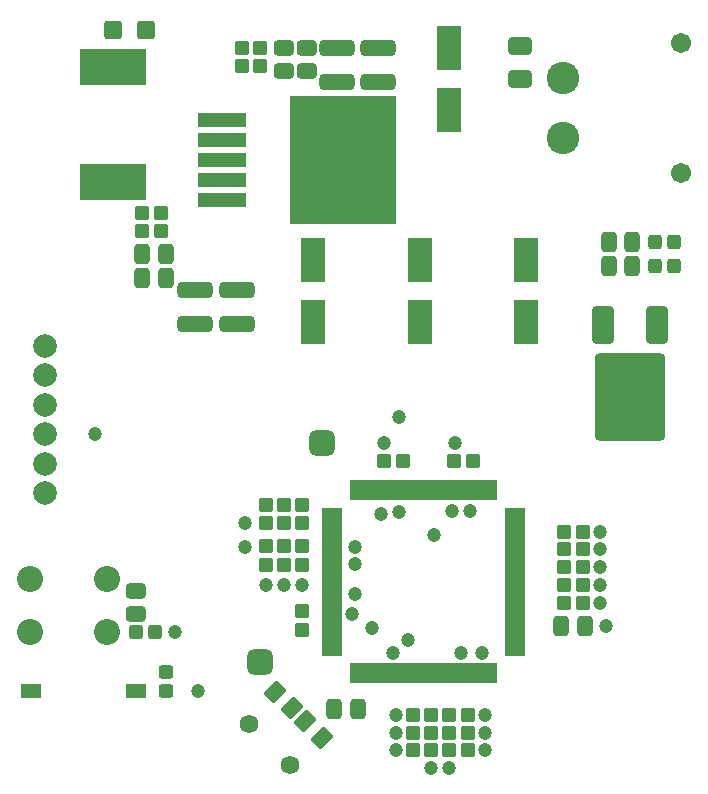
<source format=gts>
G04*
G04 #@! TF.GenerationSoftware,Altium Limited,Altium Designer,24.4.1 (13)*
G04*
G04 Layer_Color=8388736*
%FSLAX25Y25*%
%MOIN*%
G70*
G04*
G04 #@! TF.SameCoordinates,15B434A4-4527-47F9-A3CB-D7505B607EAD*
G04*
G04*
G04 #@! TF.FilePolarity,Negative*
G04*
G01*
G75*
G04:AMPARAMS|DCode=35|XSize=65.09mil|YSize=51.31mil|CornerRadius=9.41mil|HoleSize=0mil|Usage=FLASHONLY|Rotation=270.000|XOffset=0mil|YOffset=0mil|HoleType=Round|Shape=RoundedRectangle|*
%AMROUNDEDRECTD35*
21,1,0.06509,0.03248,0,0,270.0*
21,1,0.04626,0.05131,0,0,270.0*
1,1,0.01883,-0.01624,-0.02313*
1,1,0.01883,-0.01624,0.02313*
1,1,0.01883,0.01624,0.02313*
1,1,0.01883,0.01624,-0.02313*
%
%ADD35ROUNDEDRECTD35*%
G04:AMPARAMS|DCode=36|XSize=86.74mil|YSize=86.74mil|CornerRadius=23.68mil|HoleSize=0mil|Usage=FLASHONLY|Rotation=90.000|XOffset=0mil|YOffset=0mil|HoleType=Round|Shape=RoundedRectangle|*
%AMROUNDEDRECTD36*
21,1,0.08674,0.03937,0,0,90.0*
21,1,0.03937,0.08674,0,0,90.0*
1,1,0.04737,0.01968,0.01968*
1,1,0.04737,0.01968,-0.01968*
1,1,0.04737,-0.01968,-0.01968*
1,1,0.04737,-0.01968,0.01968*
%
%ADD36ROUNDEDRECTD36*%
%ADD37R,0.16351X0.04737*%
%ADD38R,0.35249X0.43123*%
G04:AMPARAMS|DCode=39|XSize=70.99mil|YSize=126.11mil|CornerRadius=11.87mil|HoleSize=0mil|Usage=FLASHONLY|Rotation=0.000|XOffset=0mil|YOffset=0mil|HoleType=Round|Shape=RoundedRectangle|*
%AMROUNDEDRECTD39*
21,1,0.07099,0.10236,0,0,0.0*
21,1,0.04724,0.12611,0,0,0.0*
1,1,0.02375,0.02362,-0.05118*
1,1,0.02375,-0.02362,-0.05118*
1,1,0.02375,-0.02362,0.05118*
1,1,0.02375,0.02362,0.05118*
%
%ADD39ROUNDEDRECTD39*%
G04:AMPARAMS|DCode=40|XSize=236.35mil|YSize=291.47mil|CornerRadius=15.42mil|HoleSize=0mil|Usage=FLASHONLY|Rotation=0.000|XOffset=0mil|YOffset=0mil|HoleType=Round|Shape=RoundedRectangle|*
%AMROUNDEDRECTD40*
21,1,0.23635,0.26063,0,0,0.0*
21,1,0.20551,0.29147,0,0,0.0*
1,1,0.03084,0.10276,-0.13031*
1,1,0.03084,-0.10276,-0.13031*
1,1,0.03084,-0.10276,0.13031*
1,1,0.03084,0.10276,0.13031*
%
%ADD40ROUNDEDRECTD40*%
%ADD41R,0.06706X0.05131*%
G04:AMPARAMS|DCode=42|XSize=47.37mil|YSize=45.4mil|CornerRadius=8.68mil|HoleSize=0mil|Usage=FLASHONLY|Rotation=0.000|XOffset=0mil|YOffset=0mil|HoleType=Round|Shape=RoundedRectangle|*
%AMROUNDEDRECTD42*
21,1,0.04737,0.02805,0,0,0.0*
21,1,0.03002,0.04540,0,0,0.0*
1,1,0.01735,0.01501,-0.01403*
1,1,0.01735,-0.01501,-0.01403*
1,1,0.01735,-0.01501,0.01403*
1,1,0.01735,0.01501,0.01403*
%
%ADD42ROUNDEDRECTD42*%
G04:AMPARAMS|DCode=43|XSize=47.37mil|YSize=45.4mil|CornerRadius=8.68mil|HoleSize=0mil|Usage=FLASHONLY|Rotation=90.000|XOffset=0mil|YOffset=0mil|HoleType=Round|Shape=RoundedRectangle|*
%AMROUNDEDRECTD43*
21,1,0.04737,0.02805,0,0,90.0*
21,1,0.03002,0.04540,0,0,90.0*
1,1,0.01735,0.01403,0.01501*
1,1,0.01735,0.01403,-0.01501*
1,1,0.01735,-0.01403,-0.01501*
1,1,0.01735,-0.01403,0.01501*
%
%ADD43ROUNDEDRECTD43*%
%ADD44R,0.22060X0.12217*%
%ADD45R,0.01981X0.06607*%
%ADD46R,0.06607X0.01981*%
G04:AMPARAMS|DCode=47|XSize=76.9mil|YSize=57.21mil|CornerRadius=10.15mil|HoleSize=0mil|Usage=FLASHONLY|Rotation=180.000|XOffset=0mil|YOffset=0mil|HoleType=Round|Shape=RoundedRectangle|*
%AMROUNDEDRECTD47*
21,1,0.07690,0.03691,0,0,180.0*
21,1,0.05659,0.05721,0,0,180.0*
1,1,0.02030,-0.02830,0.01846*
1,1,0.02030,0.02830,0.01846*
1,1,0.02030,0.02830,-0.01846*
1,1,0.02030,-0.02830,-0.01846*
%
%ADD47ROUNDEDRECTD47*%
G04:AMPARAMS|DCode=48|XSize=61.15mil|YSize=57.21mil|CornerRadius=8.92mil|HoleSize=0mil|Usage=FLASHONLY|Rotation=90.000|XOffset=0mil|YOffset=0mil|HoleType=Round|Shape=RoundedRectangle|*
%AMROUNDEDRECTD48*
21,1,0.06115,0.03937,0,0,90.0*
21,1,0.04331,0.05721,0,0,90.0*
1,1,0.01784,0.01968,0.02165*
1,1,0.01784,0.01968,-0.02165*
1,1,0.01784,-0.01968,-0.02165*
1,1,0.01784,-0.01968,0.02165*
%
%ADD48ROUNDEDRECTD48*%
%ADD49R,0.08083X0.14776*%
G04:AMPARAMS|DCode=50|XSize=119.02mil|YSize=54.46mil|CornerRadius=15.61mil|HoleSize=0mil|Usage=FLASHONLY|Rotation=180.000|XOffset=0mil|YOffset=0mil|HoleType=Round|Shape=RoundedRectangle|*
%AMROUNDEDRECTD50*
21,1,0.11902,0.02323,0,0,180.0*
21,1,0.08780,0.05446,0,0,180.0*
1,1,0.03123,-0.04390,0.01161*
1,1,0.03123,0.04390,0.01161*
1,1,0.03123,0.04390,-0.01161*
1,1,0.03123,-0.04390,-0.01161*
%
%ADD50ROUNDEDRECTD50*%
G04:AMPARAMS|DCode=51|XSize=47.37mil|YSize=47.37mil|CornerRadius=8.92mil|HoleSize=0mil|Usage=FLASHONLY|Rotation=90.000|XOffset=0mil|YOffset=0mil|HoleType=Round|Shape=RoundedRectangle|*
%AMROUNDEDRECTD51*
21,1,0.04737,0.02953,0,0,90.0*
21,1,0.02953,0.04737,0,0,90.0*
1,1,0.01784,0.01476,0.01476*
1,1,0.01784,0.01476,-0.01476*
1,1,0.01784,-0.01476,-0.01476*
1,1,0.01784,-0.01476,0.01476*
%
%ADD51ROUNDEDRECTD51*%
G04:AMPARAMS|DCode=52|XSize=65.09mil|YSize=51.31mil|CornerRadius=9.41mil|HoleSize=0mil|Usage=FLASHONLY|Rotation=0.000|XOffset=0mil|YOffset=0mil|HoleType=Round|Shape=RoundedRectangle|*
%AMROUNDEDRECTD52*
21,1,0.06509,0.03248,0,0,0.0*
21,1,0.04626,0.05131,0,0,0.0*
1,1,0.01883,0.02313,-0.01624*
1,1,0.01883,-0.02313,-0.01624*
1,1,0.01883,-0.02313,0.01624*
1,1,0.01883,0.02313,0.01624*
%
%ADD52ROUNDEDRECTD52*%
G04:AMPARAMS|DCode=53|XSize=47.37mil|YSize=47.37mil|CornerRadius=8.92mil|HoleSize=0mil|Usage=FLASHONLY|Rotation=180.000|XOffset=0mil|YOffset=0mil|HoleType=Round|Shape=RoundedRectangle|*
%AMROUNDEDRECTD53*
21,1,0.04737,0.02953,0,0,180.0*
21,1,0.02953,0.04737,0,0,180.0*
1,1,0.01784,-0.01476,0.01476*
1,1,0.01784,0.01476,0.01476*
1,1,0.01784,0.01476,-0.01476*
1,1,0.01784,-0.01476,-0.01476*
%
%ADD53ROUNDEDRECTD53*%
G04:AMPARAMS|DCode=54|XSize=65.09mil|YSize=51.31mil|CornerRadius=9.41mil|HoleSize=0mil|Usage=FLASHONLY|Rotation=45.000|XOffset=0mil|YOffset=0mil|HoleType=Round|Shape=RoundedRectangle|*
%AMROUNDEDRECTD54*
21,1,0.06509,0.03248,0,0,45.0*
21,1,0.04626,0.05131,0,0,45.0*
1,1,0.01883,0.02784,0.00487*
1,1,0.01883,-0.00487,-0.02784*
1,1,0.01883,-0.02784,-0.00487*
1,1,0.01883,0.00487,0.02784*
%
%ADD54ROUNDEDRECTD54*%
%ADD55C,0.06233*%
%ADD56C,0.07887*%
%ADD57C,0.10839*%
%ADD58C,0.06706*%
%ADD59C,0.08674*%
%ADD60C,0.04737*%
D35*
X303150Y405512D02*
D03*
X311024D02*
D03*
X211614Y257874D02*
D03*
X219488D02*
D03*
X295276Y285433D02*
D03*
X287402D02*
D03*
X311024Y413386D02*
D03*
X303150D02*
D03*
X155512Y401575D02*
D03*
X147638D02*
D03*
X155512Y409449D02*
D03*
X147638D02*
D03*
D36*
X207677Y346457D02*
D03*
X187008Y273622D02*
D03*
D37*
X174213Y454347D02*
D03*
Y447646D02*
D03*
Y440945D02*
D03*
Y434244D02*
D03*
Y427543D02*
D03*
D38*
X214567Y440945D02*
D03*
D39*
X319213Y385827D02*
D03*
X301181D02*
D03*
D40*
X310197Y362008D02*
D03*
D41*
X110630Y263779D02*
D03*
X145669D02*
D03*
D42*
X155512Y270079D02*
D03*
Y263779D02*
D03*
D43*
X318504Y413386D02*
D03*
X324803D02*
D03*
X318504Y405512D02*
D03*
X324803D02*
D03*
X145669Y283465D02*
D03*
X151969D02*
D03*
D44*
X137795Y433661D02*
D03*
Y471850D02*
D03*
D45*
X217819Y269764D02*
D03*
X219787D02*
D03*
X221756D02*
D03*
X223724D02*
D03*
X225693D02*
D03*
X227661D02*
D03*
X229630D02*
D03*
X231598D02*
D03*
X233567D02*
D03*
X235535D02*
D03*
X237504D02*
D03*
X239472D02*
D03*
X241441D02*
D03*
X243409D02*
D03*
X245378D02*
D03*
X247346D02*
D03*
X249315D02*
D03*
X251284D02*
D03*
X253252D02*
D03*
X255221D02*
D03*
X257189D02*
D03*
X259157D02*
D03*
X261126D02*
D03*
X263094D02*
D03*
X265063D02*
D03*
Y330693D02*
D03*
X263094D02*
D03*
X261126D02*
D03*
X259157D02*
D03*
X257189D02*
D03*
X255221D02*
D03*
X253252D02*
D03*
X251284D02*
D03*
X249315D02*
D03*
X247346D02*
D03*
X245378D02*
D03*
X243409D02*
D03*
X241441D02*
D03*
X239472D02*
D03*
X237504D02*
D03*
X235535D02*
D03*
X233567D02*
D03*
X231598D02*
D03*
X229630D02*
D03*
X227661D02*
D03*
X225693D02*
D03*
X223724D02*
D03*
X221756D02*
D03*
X219787D02*
D03*
X217819D02*
D03*
D46*
X271905Y276606D02*
D03*
Y278575D02*
D03*
Y280543D02*
D03*
Y282512D02*
D03*
Y284480D02*
D03*
Y286449D02*
D03*
Y288417D02*
D03*
Y290386D02*
D03*
Y292354D02*
D03*
Y294323D02*
D03*
Y296291D02*
D03*
Y298260D02*
D03*
Y300228D02*
D03*
Y302197D02*
D03*
Y304165D02*
D03*
Y306134D02*
D03*
Y308102D02*
D03*
Y310071D02*
D03*
Y312039D02*
D03*
Y314008D02*
D03*
Y315976D02*
D03*
Y317945D02*
D03*
Y319913D02*
D03*
Y321882D02*
D03*
Y323850D02*
D03*
X210976D02*
D03*
Y321882D02*
D03*
Y319913D02*
D03*
Y317945D02*
D03*
Y315976D02*
D03*
Y314008D02*
D03*
Y312039D02*
D03*
Y310071D02*
D03*
Y308102D02*
D03*
Y306134D02*
D03*
Y304165D02*
D03*
Y302197D02*
D03*
Y300228D02*
D03*
Y298260D02*
D03*
Y296291D02*
D03*
Y294323D02*
D03*
Y292354D02*
D03*
Y290386D02*
D03*
Y288417D02*
D03*
Y286449D02*
D03*
Y284480D02*
D03*
Y282512D02*
D03*
Y280543D02*
D03*
Y278575D02*
D03*
Y276606D02*
D03*
D47*
X273622Y467717D02*
D03*
Y478740D02*
D03*
D48*
X149016Y484252D02*
D03*
X137795D02*
D03*
D49*
X275590Y386811D02*
D03*
Y407480D02*
D03*
X240158Y386811D02*
D03*
Y407480D02*
D03*
X204724Y386811D02*
D03*
Y407480D02*
D03*
X250000Y478346D02*
D03*
Y457677D02*
D03*
D50*
X179134Y397638D02*
D03*
Y386063D02*
D03*
X165354Y397638D02*
D03*
Y386063D02*
D03*
X226378Y466772D02*
D03*
Y478346D02*
D03*
X212598Y466772D02*
D03*
Y478346D02*
D03*
D51*
X147638Y417323D02*
D03*
X153937D02*
D03*
X147638Y423228D02*
D03*
X153937D02*
D03*
X228346Y340551D02*
D03*
X234646D02*
D03*
X251575D02*
D03*
X257874D02*
D03*
X294488Y316929D02*
D03*
X288189D02*
D03*
X294488Y311024D02*
D03*
X288189D02*
D03*
X294488Y305118D02*
D03*
X288189D02*
D03*
X294488Y293307D02*
D03*
X288189D02*
D03*
X294488Y299213D02*
D03*
X288189D02*
D03*
X256299Y255906D02*
D03*
X250000D02*
D03*
X256299Y244094D02*
D03*
X250000D02*
D03*
X256299Y250000D02*
D03*
X250000D02*
D03*
X237795Y244094D02*
D03*
X244094D02*
D03*
X237795Y250000D02*
D03*
X244094D02*
D03*
X237795Y255906D02*
D03*
X244094D02*
D03*
D52*
X202756Y470472D02*
D03*
Y478346D02*
D03*
X194882Y470472D02*
D03*
Y478346D02*
D03*
X145669Y289370D02*
D03*
Y297244D02*
D03*
D53*
X200787Y284252D02*
D03*
Y290551D02*
D03*
X188976Y325984D02*
D03*
Y319685D02*
D03*
X200787Y325984D02*
D03*
Y319685D02*
D03*
X194882Y325984D02*
D03*
Y319685D02*
D03*
X200787Y305906D02*
D03*
Y312205D02*
D03*
X194882Y305906D02*
D03*
Y312205D02*
D03*
X188976Y305906D02*
D03*
Y312205D02*
D03*
X181102Y478346D02*
D03*
Y472047D02*
D03*
X187008Y478346D02*
D03*
Y472047D02*
D03*
D54*
X197666Y258043D02*
D03*
X192098Y263611D02*
D03*
X201940Y253768D02*
D03*
X207508Y248200D02*
D03*
D55*
X196850Y239173D02*
D03*
X183265Y252759D02*
D03*
D56*
X115157Y329724D02*
D03*
Y339567D02*
D03*
Y349410D02*
D03*
Y359252D02*
D03*
Y369094D02*
D03*
Y378937D02*
D03*
D57*
X287925Y468028D02*
D03*
Y448343D02*
D03*
D58*
X327295Y436531D02*
D03*
Y479839D02*
D03*
D59*
X110236Y301181D02*
D03*
X135827D02*
D03*
X110236Y283465D02*
D03*
X135827D02*
D03*
D60*
X233268Y323599D02*
D03*
X302165Y365173D02*
D03*
Y358268D02*
D03*
Y351394D02*
D03*
X310039Y365173D02*
D03*
Y358268D02*
D03*
Y351394D02*
D03*
X317913Y351378D02*
D03*
Y358252D02*
D03*
Y371063D02*
D03*
X310039D02*
D03*
X302165D02*
D03*
X260827Y276575D02*
D03*
X224213Y284812D02*
D03*
X158465Y283465D02*
D03*
X250984Y323819D02*
D03*
X227362Y322835D02*
D03*
X250000Y238189D02*
D03*
X244094D02*
D03*
X182087Y312008D02*
D03*
Y319882D02*
D03*
X218504Y306102D02*
D03*
X231299Y276575D02*
D03*
X236372Y281004D02*
D03*
X302165Y285433D02*
D03*
X166339Y263779D02*
D03*
X218504Y296260D02*
D03*
X131890Y349410D02*
D03*
X233268Y355315D02*
D03*
X217520Y289370D02*
D03*
X232283Y255906D02*
D03*
Y244094D02*
D03*
Y250000D02*
D03*
X253937Y276575D02*
D03*
X256890Y323819D02*
D03*
X245079Y315945D02*
D03*
X218504Y312008D02*
D03*
X251969Y346457D02*
D03*
X228346D02*
D03*
X300197Y316929D02*
D03*
Y311024D02*
D03*
Y293307D02*
D03*
Y299213D02*
D03*
Y305118D02*
D03*
X261811Y244094D02*
D03*
Y250000D02*
D03*
Y255906D02*
D03*
X200787Y299213D02*
D03*
X194882D02*
D03*
X188976D02*
D03*
X317913Y365158D02*
D03*
M02*

</source>
